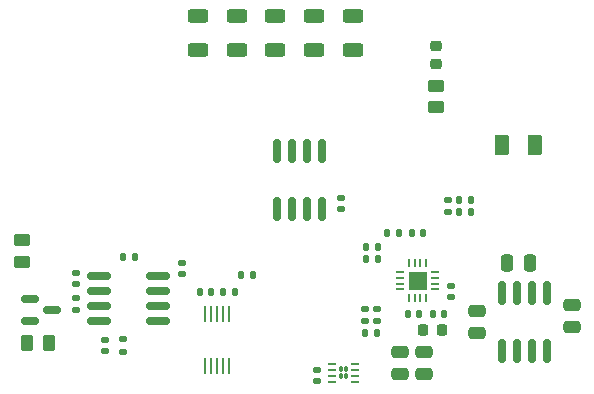
<source format=gtp>
G04 #@! TF.GenerationSoftware,KiCad,Pcbnew,7.0.7*
G04 #@! TF.CreationDate,2023-10-26T17:58:54+02:00*
G04 #@! TF.ProjectId,load,6c6f6164-2e6b-4696-9361-645f70636258,rev?*
G04 #@! TF.SameCoordinates,Original*
G04 #@! TF.FileFunction,Paste,Top*
G04 #@! TF.FilePolarity,Positive*
%FSLAX46Y46*%
G04 Gerber Fmt 4.6, Leading zero omitted, Abs format (unit mm)*
G04 Created by KiCad (PCBNEW 7.0.7) date 2023-10-26 17:58:54*
%MOMM*%
%LPD*%
G01*
G04 APERTURE LIST*
G04 Aperture macros list*
%AMRoundRect*
0 Rectangle with rounded corners*
0 $1 Rounding radius*
0 $2 $3 $4 $5 $6 $7 $8 $9 X,Y pos of 4 corners*
0 Add a 4 corners polygon primitive as box body*
4,1,4,$2,$3,$4,$5,$6,$7,$8,$9,$2,$3,0*
0 Add four circle primitives for the rounded corners*
1,1,$1+$1,$2,$3*
1,1,$1+$1,$4,$5*
1,1,$1+$1,$6,$7*
1,1,$1+$1,$8,$9*
0 Add four rect primitives between the rounded corners*
20,1,$1+$1,$2,$3,$4,$5,0*
20,1,$1+$1,$4,$5,$6,$7,0*
20,1,$1+$1,$6,$7,$8,$9,0*
20,1,$1+$1,$8,$9,$2,$3,0*%
G04 Aperture macros list end*
%ADD10RoundRect,0.140000X-0.140000X-0.170000X0.140000X-0.170000X0.140000X0.170000X-0.140000X0.170000X0*%
%ADD11RoundRect,0.135000X-0.135000X-0.185000X0.135000X-0.185000X0.135000X0.185000X-0.135000X0.185000X0*%
%ADD12RoundRect,0.250000X-0.475000X0.250000X-0.475000X-0.250000X0.475000X-0.250000X0.475000X0.250000X0*%
%ADD13RoundRect,0.135000X-0.185000X0.135000X-0.185000X-0.135000X0.185000X-0.135000X0.185000X0.135000X0*%
%ADD14RoundRect,0.135000X0.185000X-0.135000X0.185000X0.135000X-0.185000X0.135000X-0.185000X-0.135000X0*%
%ADD15RoundRect,0.150000X-0.150000X0.825000X-0.150000X-0.825000X0.150000X-0.825000X0.150000X0.825000X0*%
%ADD16RoundRect,0.250000X-0.262500X-0.450000X0.262500X-0.450000X0.262500X0.450000X-0.262500X0.450000X0*%
%ADD17RoundRect,0.250000X0.625000X-0.312500X0.625000X0.312500X-0.625000X0.312500X-0.625000X-0.312500X0*%
%ADD18RoundRect,0.140000X-0.170000X0.140000X-0.170000X-0.140000X0.170000X-0.140000X0.170000X0.140000X0*%
%ADD19RoundRect,0.140000X0.140000X0.170000X-0.140000X0.170000X-0.140000X-0.170000X0.140000X-0.170000X0*%
%ADD20RoundRect,0.250000X-0.375000X-0.625000X0.375000X-0.625000X0.375000X0.625000X-0.375000X0.625000X0*%
%ADD21RoundRect,0.150000X-0.587500X-0.150000X0.587500X-0.150000X0.587500X0.150000X-0.587500X0.150000X0*%
%ADD22R,0.680000X0.180000*%
%ADD23R,0.180000X0.680000*%
%ADD24R,1.640000X1.640000*%
%ADD25RoundRect,0.218750X0.218750X0.256250X-0.218750X0.256250X-0.218750X-0.256250X0.218750X-0.256250X0*%
%ADD26RoundRect,0.140000X0.170000X-0.140000X0.170000X0.140000X-0.170000X0.140000X-0.170000X-0.140000X0*%
%ADD27RoundRect,0.250000X-0.250000X-0.475000X0.250000X-0.475000X0.250000X0.475000X-0.250000X0.475000X0*%
%ADD28RoundRect,0.250000X0.450000X-0.262500X0.450000X0.262500X-0.450000X0.262500X-0.450000X-0.262500X0*%
%ADD29RoundRect,0.080000X-0.080000X-0.160000X0.080000X-0.160000X0.080000X0.160000X-0.080000X0.160000X0*%
%ADD30RoundRect,0.002500X-0.287500X-0.062500X0.287500X-0.062500X0.287500X0.062500X-0.287500X0.062500X0*%
%ADD31RoundRect,0.015000X0.075000X-0.650000X0.075000X0.650000X-0.075000X0.650000X-0.075000X-0.650000X0*%
%ADD32RoundRect,0.225000X0.250000X-0.225000X0.250000X0.225000X-0.250000X0.225000X-0.250000X-0.225000X0*%
%ADD33RoundRect,0.135000X0.135000X0.185000X-0.135000X0.185000X-0.135000X-0.185000X0.135000X-0.185000X0*%
%ADD34RoundRect,0.150000X-0.825000X-0.150000X0.825000X-0.150000X0.825000X0.150000X-0.825000X0.150000X0*%
G04 APERTURE END LIST*
D10*
X164020000Y-138500000D03*
X164980000Y-138500000D03*
D11*
X183990000Y-130700000D03*
X185010000Y-130700000D03*
D12*
X193500000Y-139550000D03*
X193500000Y-141450000D03*
D11*
X177890000Y-133470000D03*
X178910000Y-133470000D03*
D13*
X151500000Y-138990000D03*
X151500000Y-140010000D03*
D12*
X181000000Y-143550000D03*
X181000000Y-145450000D03*
D14*
X176000000Y-140930000D03*
X176000000Y-139910000D03*
D15*
X191405000Y-138525000D03*
X190135000Y-138525000D03*
X188865000Y-138525000D03*
X187595000Y-138525000D03*
X187595000Y-143475000D03*
X188865000Y-143475000D03*
X190135000Y-143475000D03*
X191405000Y-143475000D03*
D16*
X147425000Y-142750000D03*
X149250000Y-142750000D03*
D17*
X171710000Y-118000000D03*
X171710000Y-115075000D03*
D18*
X183300000Y-137920000D03*
X183300000Y-138880000D03*
D19*
X180580000Y-140300000D03*
X179620000Y-140300000D03*
D12*
X185500000Y-140050000D03*
X185500000Y-141950000D03*
D17*
X175000000Y-118000000D03*
X175000000Y-115075000D03*
D20*
X187600000Y-126000000D03*
X190400000Y-126000000D03*
D21*
X147625000Y-139050000D03*
X147625000Y-140950000D03*
X149500000Y-140000000D03*
D22*
X178950000Y-136750000D03*
X178950000Y-137250000D03*
X178950000Y-137750000D03*
X178950000Y-138250000D03*
D23*
X179700000Y-139000000D03*
X180200000Y-139000000D03*
X180700000Y-139000000D03*
X181200000Y-139000000D03*
D22*
X181950000Y-138250000D03*
X181950000Y-137750000D03*
X181950000Y-137250000D03*
X181950000Y-136750000D03*
D23*
X181200000Y-136000000D03*
X180700000Y-136000000D03*
X180200000Y-136000000D03*
X179700000Y-136000000D03*
D24*
X180450000Y-137500000D03*
D25*
X182487500Y-141700000D03*
X180912500Y-141700000D03*
D11*
X183980000Y-131700000D03*
X185000000Y-131700000D03*
D18*
X154000000Y-142520000D03*
X154000000Y-143480000D03*
D26*
X171900000Y-146030000D03*
X171900000Y-145070000D03*
D11*
X165490000Y-137000000D03*
X166510000Y-137000000D03*
D19*
X177080000Y-135660000D03*
X176120000Y-135660000D03*
D15*
X172405000Y-126525000D03*
X171135000Y-126525000D03*
X169865000Y-126525000D03*
X168595000Y-126525000D03*
X168595000Y-131475000D03*
X169865000Y-131475000D03*
X171135000Y-131475000D03*
X172405000Y-131475000D03*
D10*
X181720000Y-140300000D03*
X182680000Y-140300000D03*
D18*
X160500000Y-136020000D03*
X160500000Y-136980000D03*
D17*
X168420000Y-118000000D03*
X168420000Y-115075000D03*
X161840000Y-118000000D03*
X161840000Y-115075000D03*
D27*
X188050000Y-136000000D03*
X189950000Y-136000000D03*
D28*
X147000000Y-135912500D03*
X147000000Y-134087500D03*
D29*
X174000000Y-145000000D03*
X174000000Y-145600000D03*
X174400000Y-145000000D03*
X174400000Y-145600000D03*
D30*
X173200000Y-144550000D03*
X173200000Y-145050000D03*
X173200000Y-145550000D03*
X173200000Y-146050000D03*
X175200000Y-146050000D03*
X175200000Y-145550000D03*
X175200000Y-145050000D03*
X175200000Y-144550000D03*
D31*
X162500000Y-144700000D03*
X163000000Y-144700000D03*
X163500000Y-144700000D03*
X164000000Y-144700000D03*
X164500000Y-144700000D03*
X164500000Y-140300000D03*
X164000000Y-140300000D03*
X163500000Y-140300000D03*
X163000000Y-140300000D03*
X162500000Y-140300000D03*
D32*
X182000000Y-119175000D03*
X182000000Y-117625000D03*
D18*
X177000000Y-139940000D03*
X177000000Y-140900000D03*
D14*
X155500000Y-143510000D03*
X155500000Y-142490000D03*
D12*
X179000000Y-143550000D03*
X179000000Y-145450000D03*
D19*
X162980000Y-138500000D03*
X162020000Y-138500000D03*
D33*
X156500000Y-135500000D03*
X155480000Y-135500000D03*
D11*
X176090000Y-134700000D03*
X177110000Y-134700000D03*
D26*
X174000000Y-131460000D03*
X174000000Y-130500000D03*
D10*
X176040000Y-141920000D03*
X177000000Y-141920000D03*
D14*
X182990000Y-131710000D03*
X182990000Y-130690000D03*
D28*
X182000000Y-122812500D03*
X182000000Y-120987500D03*
D19*
X180940000Y-133460000D03*
X179980000Y-133460000D03*
D26*
X151500000Y-137780000D03*
X151500000Y-136820000D03*
D17*
X165130000Y-118000000D03*
X165130000Y-115075000D03*
D34*
X153525000Y-137095000D03*
X153525000Y-138365000D03*
X153525000Y-139635000D03*
X153525000Y-140905000D03*
X158475000Y-140905000D03*
X158475000Y-139635000D03*
X158475000Y-138365000D03*
X158475000Y-137095000D03*
M02*

</source>
